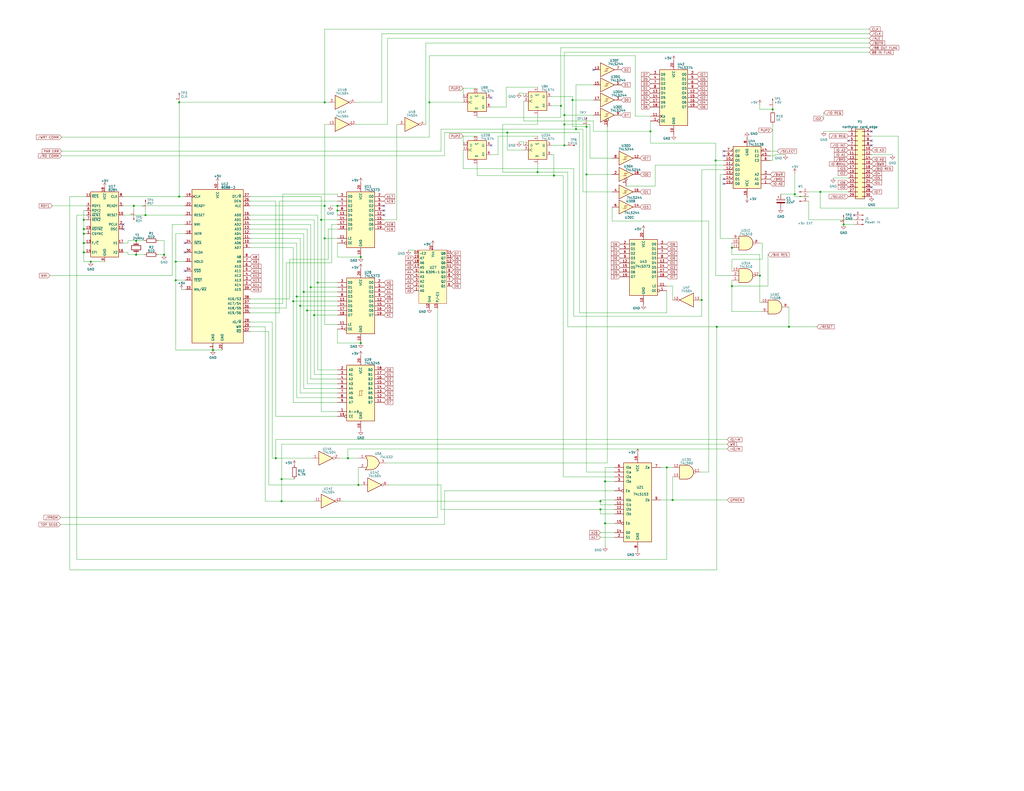
<source format=kicad_sch>
(kicad_sch (version 20230121) (generator eeschema)
  (paper "C")
  (junction (at 150.495 250.19))
  (junction (at 306.07 57.785))
  (junction (at 391.16 178.435))
  (junction (at 160.02 164.465))
  (junction (at 49.53 142.875))
  (junction (at 177.165 130.175))
  (junction (at 153.67 273.685))
  (junction (at 302.26 95.885))
  (junction (at 169.545 156.845))
  (junction (at 165.735 159.385))
  (junction (at 89.535 139.065))
  (junction (at 196.85 140.335))
  (junction (at 293.37 93.98))
  (junction (at 177.165 112.395))
  (junction (at 330.2 262.89))
  (junction (at 447.675 104.775))
  (junction (at 45.72 137.795))
  (junction (at 167.64 169.545))
  (junction (at 433.705 106.045))
  (junction (at 307.975 79.375))
  (junction (at 399.415 135.255))
  (junction (at 97.79 55.88))
  (junction (at 184.15 112.395))
  (junction (at 173.355 154.305))
  (junction (at 45.72 120.015))
  (junction (at 45.72 125.095))
  (junction (at 234.315 55.88))
  (junction (at 73.025 112.395))
  (junction (at 175.26 120.015))
  (junction (at 177.165 55.88))
  (junction (at 79.375 117.475))
  (junction (at 95.885 153.035))
  (junction (at 184.15 114.935))
  (junction (at 390.525 87.63))
  (junction (at 163.83 167.005))
  (junction (at 116.205 191.135))
  (junction (at 330.2 285.75))
  (junction (at 196.85 187.325))
  (junction (at 171.45 172.085))
  (junction (at 195.58 264.795))
  (junction (at 45.72 127.635))
  (junction (at 363.855 255.27))
  (junction (at 367.03 273.05))
  (junction (at 45.72 132.715))
  (junction (at 307.975 67.945))
  (junction (at 314.325 70.485))
  (junction (at 74.295 131.445))
  (junction (at 460.375 122.555))
  (junction (at 276.86 72.39))
  (junction (at 320.04 69.215))
  (junction (at 327.66 273.685))
  (junction (at 95.885 142.875))
  (junction (at 307.975 62.865))
  (junction (at 382.905 163.83))
  (junction (at 153.67 261.62))
  (junction (at 327.66 278.13))
  (junction (at 430.53 178.435))
  (junction (at 312.42 54.61))
  (junction (at 399.415 156.21))
  (junction (at 189.865 250.19))
  (junction (at 74.295 139.065))
  (junction (at 421.64 59.69))
  (junction (at 354.965 71.755))
  (junction (at 97.79 107.315))
  (junction (at 320.04 95.25))
  (junction (at 414.655 150.495))
  (junction (at 161.925 161.925))
  (no_connect (at 394.97 97.79))
  (no_connect (at 209.55 114.935))
  (no_connect (at 394.97 82.55))
  (no_connect (at 100.965 147.955))
  (no_connect (at 475.615 79.375))
  (no_connect (at 100.965 132.715))
  (no_connect (at 267.97 53.34))
  (no_connect (at 267.97 79.375))
  (no_connect (at 394.97 100.33))
  (no_connect (at 67.31 125.095))
  (no_connect (at 323.85 38.1))
  (no_connect (at 100.965 137.795))
  (no_connect (at 462.915 76.835))
  (no_connect (at 475.615 76.835))
  (no_connect (at 475.615 102.235))
  (no_connect (at 394.97 85.09))
  (no_connect (at 209.55 117.475))
  (no_connect (at 475.615 71.755))
  (no_connect (at 67.31 122.555))
  (no_connect (at 466.09 117.475))
  (no_connect (at 209.55 112.395))
  (wire (pts (xy 177.165 130.175) (xy 177.165 177.165)))
  (wire (pts (xy 158.115 141.605) (xy 179.07 141.605)))
  (wire (pts (xy 136.525 163.195) (xy 158.115 163.195)))
  (wire (pts (xy 430.53 167.64) (xy 430.53 178.435)))
  (wire (pts (xy 169.545 207.01) (xy 184.15 207.01)))
  (wire (pts (xy 194.31 55.88) (xy 208.28 55.88)))
  (wire (pts (xy 285.75 79.375) (xy 285.75 77.47)))
  (wire (pts (xy 184.15 112.395) (xy 184.15 114.935)))
  (wire (pts (xy 330.2 262.89) (xy 335.28 262.89)))
  (wire (pts (xy 160.655 261.62) (xy 153.67 261.62)))
  (wire (pts (xy 136.525 107.315) (xy 175.26 107.315)))
  (wire (pts (xy 330.2 255.27) (xy 330.2 262.89)))
  (wire (pts (xy 177.165 55.88) (xy 179.07 55.88)))
  (wire (pts (xy 136.525 127.635) (xy 165.735 127.635)))
  (wire (pts (xy 360.68 255.27) (xy 363.855 255.27)))
  (wire (pts (xy 160.02 219.71) (xy 184.15 219.71)))
  (wire (pts (xy 167.64 125.095) (xy 167.64 169.545)))
  (wire (pts (xy 306.07 57.785) (xy 306.07 26.035)))
  (wire (pts (xy 490.22 113.665) (xy 447.675 113.665)))
  (wire (pts (xy 161.925 132.715) (xy 161.925 161.925)))
  (wire (pts (xy 177.165 67.945) (xy 177.165 112.395)))
  (wire (pts (xy 175.26 107.315) (xy 175.26 120.015)))
  (wire (pts (xy 430.53 178.435) (xy 445.77 178.435)))
  (wire (pts (xy 189.865 245.11) (xy 396.875 245.11)))
  (wire (pts (xy 146.685 180.975) (xy 146.685 264.795)))
  (wire (pts (xy 33.655 85.09) (xy 242.57 85.09)))
  (wire (pts (xy 321.945 86.36) (xy 334.01 86.36)))
  (wire (pts (xy 314.325 70.485) (xy 240.665 70.485)))
  (wire (pts (xy 238.76 168.275) (xy 238.76 282.575)))
  (wire (pts (xy 211.455 67.945) (xy 211.455 20.955)))
  (wire (pts (xy 421.64 59.69) (xy 421.64 60.325)))
  (wire (pts (xy 156.21 143.51) (xy 180.975 143.51)))
  (wire (pts (xy 285.75 81.915) (xy 276.86 81.915)))
  (wire (pts (xy 169.545 122.555) (xy 169.545 156.845)))
  (wire (pts (xy 196.85 140.335) (xy 184.15 140.335)))
  (wire (pts (xy 307.975 79.375) (xy 300.99 79.375)))
  (wire (pts (xy 393.065 95.25) (xy 393.065 130.175)))
  (wire (pts (xy 95.885 153.035) (xy 95.885 191.135)))
  (wire (pts (xy 300.99 52.705) (xy 312.42 52.705)))
  (wire (pts (xy 100.965 153.035) (xy 95.885 153.035)))
  (wire (pts (xy 173.355 154.305) (xy 184.15 154.305)))
  (wire (pts (xy 97.79 55.88) (xy 97.79 107.315)))
  (wire (pts (xy 67.31 107.315) (xy 97.79 107.315)))
  (wire (pts (xy 399.415 132.715) (xy 399.415 135.255)))
  (wire (pts (xy 293.37 67.945) (xy 293.37 62.865)))
  (wire (pts (xy 179.07 141.605) (xy 179.07 125.095)))
  (wire (pts (xy 260.35 95.885) (xy 302.26 95.885)))
  (wire (pts (xy 321.945 67.945) (xy 321.945 86.36)))
  (wire (pts (xy 208.28 55.88) (xy 208.28 18.415)))
  (wire (pts (xy 146.685 264.795) (xy 195.58 264.795)))
  (wire (pts (xy 399.415 156.21) (xy 419.1 156.21)))
  (wire (pts (xy 69.85 132.715) (xy 67.31 132.715)))
  (wire (pts (xy 154.305 165.735) (xy 154.305 106.045)))
  (wire (pts (xy 307.975 28.575) (xy 474.345 28.575)))
  (wire (pts (xy 354.965 78.105) (xy 390.525 78.105)))
  (wire (pts (xy 274.32 93.98) (xy 274.32 67.945)))
  (wire (pts (xy 209.55 120.015) (xy 216.535 120.015)))
  (wire (pts (xy 422.91 85.09) (xy 422.91 84.455)))
  (wire (pts (xy 399.415 156.21) (xy 399.415 170.18)))
  (wire (pts (xy 335.28 255.27) (xy 330.2 255.27)))
  (wire (pts (xy 171.45 120.015) (xy 171.45 172.085)))
  (wire (pts (xy 173.355 154.305) (xy 173.355 201.93)))
  (wire (pts (xy 242.57 72.39) (xy 276.86 72.39)))
  (wire (pts (xy 148.59 175.895) (xy 148.59 250.19)))
  (wire (pts (xy 153.67 273.685) (xy 171.45 273.685)))
  (wire (pts (xy 136.525 112.395) (xy 177.165 112.395)))
  (wire (pts (xy 341.63 101.6) (xy 357.505 101.6)))
  (wire (pts (xy 475.615 84.455) (xy 487.045 84.455)))
  (wire (pts (xy 306.07 26.035) (xy 474.345 26.035)))
  (wire (pts (xy 386.715 257.81) (xy 382.27 257.81)))
  (wire (pts (xy 136.525 132.715) (xy 161.925 132.715)))
  (wire (pts (xy 177.165 177.165) (xy 184.15 177.165)))
  (wire (pts (xy 414.655 165.1) (xy 415.29 165.1)))
  (wire (pts (xy 323.85 54.61) (xy 312.42 54.61)))
  (wire (pts (xy 171.45 204.47) (xy 184.15 204.47)))
  (wire (pts (xy 234.315 30.48) (xy 234.315 55.88)))
  (wire (pts (xy 390.525 87.63) (xy 394.97 87.63)))
  (wire (pts (xy 45.72 114.935) (xy 45.72 120.015)))
  (wire (pts (xy 136.525 117.475) (xy 173.355 117.475)))
  (wire (pts (xy 234.315 30.48) (xy 346.71 30.48)))
  (wire (pts (xy 27.305 150.495) (xy 93.98 150.495)))
  (wire (pts (xy 260.35 63.5) (xy 260.35 64.135)))
  (wire (pts (xy 95.885 153.035) (xy 95.885 142.875)))
  (wire (pts (xy 312.42 54.61) (xy 312.42 69.215)))
  (wire (pts (xy 184.15 106.045) (xy 184.15 107.315)))
  (wire (pts (xy 363.855 156.21) (xy 367.03 156.21)))
  (wire (pts (xy 136.525 122.555) (xy 169.545 122.555)))
  (wire (pts (xy 163.83 167.005) (xy 163.83 214.63)))
  (wire (pts (xy 414.655 150.495) (xy 414.655 165.1)))
  (wire (pts (xy 136.525 178.435) (xy 144.78 178.435)))
  (wire (pts (xy 382.27 163.83) (xy 382.905 163.83)))
  (wire (pts (xy 160.02 135.255) (xy 160.02 164.465)))
  (wire (pts (xy 89.535 139.065) (xy 86.36 139.065)))
  (wire (pts (xy 252.73 92.075) (xy 313.055 92.075)))
  (wire (pts (xy 173.355 117.475) (xy 173.355 154.305)))
  (wire (pts (xy 171.45 172.085) (xy 171.45 204.47)))
  (wire (pts (xy 177.165 67.945) (xy 179.07 67.945)))
  (wire (pts (xy 276.86 72.39) (xy 316.23 72.39)))
  (wire (pts (xy 367.03 255.27) (xy 363.855 255.27)))
  (wire (pts (xy 210.82 252.73) (xy 331.47 252.73)))
  (wire (pts (xy 334.01 120.65) (xy 386.715 120.65)))
  (wire (pts (xy 399.415 135.255) (xy 399.415 139.065)))
  (wire (pts (xy 462.915 97.155) (xy 454.66 97.155)))
  (wire (pts (xy 354.965 71.755) (xy 354.965 78.105)))
  (wire (pts (xy 399.415 170.18) (xy 415.29 170.18)))
  (wire (pts (xy 357.505 90.17) (xy 357.505 101.6)))
  (wire (pts (xy 99.06 158.115) (xy 100.965 158.115)))
  (wire (pts (xy 74.295 139.065) (xy 78.74 139.065)))
  (wire (pts (xy 136.525 180.975) (xy 146.685 180.975)))
  (wire (pts (xy 38.1 311.15) (xy 391.16 311.15)))
  (wire (pts (xy 136.525 170.815) (xy 152.4 170.815)))
  (wire (pts (xy 33.02 282.575) (xy 238.76 282.575)))
  (wire (pts (xy 45.72 125.095) (xy 45.72 127.635)))
  (wire (pts (xy 184.15 140.335) (xy 184.15 132.715)))
  (wire (pts (xy 307.975 67.945) (xy 321.945 67.945)))
  (wire (pts (xy 161.925 161.925) (xy 184.15 161.925)))
  (wire (pts (xy 382.905 92.71) (xy 382.905 163.83)))
  (wire (pts (xy 394.97 90.17) (xy 357.505 90.17)))
  (wire (pts (xy 354.965 71.755) (xy 323.85 71.755)))
  (wire (pts (xy 252.73 74.295) (xy 260.35 74.295)))
  (wire (pts (xy 415.925 132.715) (xy 414.655 132.715)))
  (wire (pts (xy 307.975 62.865) (xy 323.85 62.865)))
  (wire (pts (xy 382.905 172.72) (xy 313.055 172.72)))
  (wire (pts (xy 302.26 84.455) (xy 302.26 95.885)))
  (wire (pts (xy 153.67 242.57) (xy 396.875 242.57)))
  (wire (pts (xy 240.665 278.13) (xy 327.66 278.13)))
  (wire (pts (xy 45.72 127.635) (xy 45.72 132.715)))
  (wire (pts (xy 100.965 122.555) (xy 93.98 122.555)))
  (wire (pts (xy 163.83 130.175) (xy 163.83 167.005)))
  (wire (pts (xy 45.72 125.095) (xy 46.99 125.095)))
  (wire (pts (xy 367.03 156.21) (xy 367.03 163.83)))
  (wire (pts (xy 165.735 159.385) (xy 165.735 212.09)))
  (wire (pts (xy 116.205 191.135) (xy 95.885 191.135)))
  (wire (pts (xy 73.025 112.395) (xy 100.965 112.395)))
  (wire (pts (xy 136.525 168.275) (xy 156.21 168.275)))
  (wire (pts (xy 447.675 104.775) (xy 462.915 104.775)))
  (wire (pts (xy 327.66 275.59) (xy 335.28 275.59)))
  (wire (pts (xy 121.285 191.135) (xy 116.205 191.135)))
  (wire (pts (xy 161.925 217.17) (xy 184.15 217.17)))
  (wire (pts (xy 386.715 257.81) (xy 386.715 120.65)))
  (wire (pts (xy 150.495 240.03) (xy 396.875 240.03)))
  (wire (pts (xy 318.135 104.775) (xy 334.01 104.775)))
  (wire (pts (xy 367.03 273.05) (xy 396.875 273.05)))
  (wire (pts (xy 274.32 67.945) (xy 293.37 67.945)))
  (wire (pts (xy 422.91 84.455) (xy 428.625 84.455)))
  (wire (pts (xy 184.15 114.935) (xy 184.15 117.475)))
  (wire (pts (xy 152.4 109.855) (xy 184.15 109.855)))
  (wire (pts (xy 175.26 120.015) (xy 184.15 120.015)))
  (wire (pts (xy 449.58 71.755) (xy 462.915 71.755)))
  (wire (pts (xy 393.065 130.175) (xy 399.415 130.175)))
  (wire (pts (xy 260.35 89.535) (xy 260.35 95.885)))
  (wire (pts (xy 45.72 132.715) (xy 45.72 137.795)))
  (wire (pts (xy 419.1 139.065) (xy 419.1 156.21)))
  (wire (pts (xy 314.325 46.355) (xy 314.325 70.485)))
  (wire (pts (xy 460.375 122.555) (xy 466.09 122.555)))
  (wire (pts (xy 433.705 106.045) (xy 433.705 107.315)))
  (wire (pts (xy 46.99 114.935) (xy 45.72 114.935)))
  (wire (pts (xy 163.83 214.63) (xy 184.15 214.63)))
  (wire (pts (xy 175.26 120.015) (xy 175.26 224.79)))
  (wire (pts (xy 252.73 53.34) (xy 252.73 48.26)))
  (wire (pts (xy 195.58 264.795) (xy 196.85 264.795)))
  (wire (pts (xy 167.64 169.545) (xy 184.15 169.545)))
  (wire (pts (xy 175.26 224.79) (xy 184.15 224.79)))
  (wire (pts (xy 252.73 81.915) (xy 252.73 92.075)))
  (wire (pts (xy 69.85 137.795) (xy 67.31 137.795)))
  (wire (pts (xy 302.26 95.885) (xy 307.34 95.885)))
  (wire (pts (xy 45.72 132.715) (xy 46.99 132.715)))
  (wire (pts (xy 276.225 47.625) (xy 293.37 47.625)))
  (wire (pts (xy 323.85 46.355) (xy 314.325 46.355)))
  (wire (pts (xy 160.02 164.465) (xy 160.02 219.71)))
  (wire (pts (xy 260.35 64.135) (xy 306.07 64.135)))
  (wire (pts (xy 232.41 67.945) (xy 232.41 23.495)))
  (wire (pts (xy 421.64 67.945) (xy 421.64 87.63)))
  (wire (pts (xy 49.53 142.875) (xy 57.15 142.875)))
  (wire (pts (xy 242.57 72.39) (xy 242.57 85.09)))
  (wire (pts (xy 490.22 74.295) (xy 490.22 113.665)))
  (wire (pts (xy 327.66 280.67) (xy 335.28 280.67)))
  (wire (pts (xy 447.675 113.665) (xy 447.675 104.775)))
  (wire (pts (xy 391.16 178.435) (xy 391.16 311.15)))
  (wire (pts (xy 441.325 120.015) (xy 466.09 120.015)))
  (wire (pts (xy 136.525 130.175) (xy 163.83 130.175)))
  (wire (pts (xy 307.975 79.375) (xy 307.975 67.945)))
  (wire (pts (xy 293.37 89.535) (xy 293.37 93.98)))
  (wire (pts (xy 267.97 84.455) (xy 271.78 84.455)))
  (wire (pts (xy 93.98 122.555) (xy 93.98 150.495)))
  (wire (pts (xy 79.375 114.3) (xy 79.375 117.475)))
  (wire (pts (xy 276.86 81.915) (xy 276.86 72.39)))
  (wire (pts (xy 320.04 95.25) (xy 320.04 257.81)))
  (wire (pts (xy 441.325 109.855) (xy 441.325 120.015)))
  (wire (pts (xy 309.88 93.98) (xy 309.88 178.435)))
  (wire (pts (xy 74.295 139.065) (xy 69.85 139.065)))
  (wire (pts (xy 399.415 153.035) (xy 399.415 156.21)))
  (wire (pts (xy 150.495 109.855) (xy 150.495 227.33)))
  (wire (pts (xy 173.355 201.93) (xy 184.15 201.93)))
  (wire (pts (xy 153.67 261.62) (xy 153.67 242.57)))
  (wire (pts (xy 271.78 84.455) (xy 271.78 74.295)))
  (wire (pts (xy 276.225 58.42) (xy 276.225 47.625)))
  (wire (pts (xy 194.31 67.945) (xy 211.455 67.945)))
  (wire (pts (xy 363.855 255.27) (xy 363.855 305.435)))
  (wire (pts (xy 89.535 131.445) (xy 89.535 139.065)))
  (wire (pts (xy 184.15 227.33) (xy 150.495 227.33)))
  (wire (pts (xy 475.615 74.295) (xy 490.22 74.295)))
  (wire (pts (xy 150.495 250.19) (xy 170.18 250.19)))
  (wire (pts (xy 234.315 55.88) (xy 234.315 74.93)))
  (wire (pts (xy 421.64 59.69) (xy 414.655 59.69)))
  (wire (pts (xy 335.28 257.81) (xy 320.04 257.81)))
  (wire (pts (xy 179.07 125.095) (xy 184.15 125.095)))
  (wire (pts (xy 161.925 161.925) (xy 161.925 217.17)))
  (wire (pts (xy 313.055 172.72) (xy 313.055 92.075)))
  (wire (pts (xy 367.03 273.05) (xy 367.03 260.35)))
  (wire (pts (xy 45.72 120.015) (xy 45.72 125.095)))
  (wire (pts (xy 354.965 66.04) (xy 354.965 71.755)))
  (wire (pts (xy 167.64 209.55) (xy 184.15 209.55)))
  (wire (pts (xy 327.66 273.685) (xy 327.66 273.05)))
  (wire (pts (xy 285.75 77.47) (xy 283.21 77.47)))
  (wire (pts (xy 148.59 250.19) (xy 150.495 250.19)))
  (wire (pts (xy 421.64 59.055) (xy 421.64 59.69)))
  (wire (pts (xy 95.885 142.875) (xy 100.965 142.875)))
  (wire (pts (xy 391.16 178.435) (xy 430.53 178.435)))
  (wire (pts (xy 335.28 273.05) (xy 327.66 273.05)))
  (wire (pts (xy 240.665 70.485) (xy 240.665 82.55)))
  (wire (pts (xy 267.97 58.42) (xy 276.225 58.42)))
  (wire (pts (xy 327.66 273.685) (xy 327.66 275.59)))
  (wire (pts (xy 399.415 150.495) (xy 390.525 150.495)))
  (wire (pts (xy 152.4 170.815) (xy 152.4 109.855)))
  (wire (pts (xy 285.75 55.245) (xy 285.75 66.04)))
  (wire (pts (xy 330.2 262.89) (xy 330.2 285.75)))
  (wire (pts (xy 208.28 18.415) (xy 474.345 18.415)))
  (wire (pts (xy 283.21 50.8) (xy 285.75 50.8)))
  (wire (pts (xy 158.115 163.195) (xy 158.115 141.605)))
  (wire (pts (xy 216.535 67.945) (xy 217.17 67.945)))
  (wire (pts (xy 153.67 261.62) (xy 153.67 273.685)))
  (wire (pts (xy 97.79 107.315) (xy 100.965 107.315)))
  (wire (pts (xy 216.535 67.945) (xy 216.535 120.015)))
  (wire (pts (xy 156.21 168.275) (xy 156.21 143.51)))
  (wire (pts (xy 167.64 169.545) (xy 167.64 209.55)))
  (wire (pts (xy 69.85 131.445) (xy 69.85 132.715)))
  (wire (pts (xy 330.2 285.75) (xy 330.2 298.45)))
  (wire (pts (xy 390.525 87.63) (xy 390.525 150.495)))
  (wire (pts (xy 28.575 112.395) (xy 46.99 112.395)))
  (wire (pts (xy 38.1 107.315) (xy 38.1 311.15)))
  (wire (pts (xy 306.07 57.785) (xy 306.07 64.135)))
  (wire (pts (xy 441.325 107.315) (xy 433.705 107.315)))
  (wire (pts (xy 154.305 106.045) (xy 184.15 106.045)))
  (wire (pts (xy 165.735 127.635) (xy 165.735 159.385)))
  (wire (pts (xy 307.975 67.945) (xy 307.975 62.865)))
  (wire (pts (xy 414.655 59.69) (xy 414.655 57.15)))
  (wire (pts (xy 242.57 267.97) (xy 242.57 286.385)))
  (wire (pts (xy 95.885 127.635) (xy 100.965 127.635)))
  (wire (pts (xy 163.83 167.005) (xy 184.15 167.005)))
  (wire (pts (xy 307.975 28.575) (xy 307.975 62.865)))
  (wire (pts (xy 271.78 74.295) (xy 293.37 74.295)))
  (wire (pts (xy 180.34 112.395) (xy 184.15 112.395)))
  (wire (pts (xy 252.73 79.375) (xy 252.73 74.295)))
  (wire (pts (xy 97.79 55.88) (xy 177.165 55.88)))
  (wire (pts (xy 177.165 55.88) (xy 177.165 15.875)))
  (wire (pts (xy 160.02 164.465) (xy 184.15 164.465)))
  (wire (pts (xy 331.47 252.73) (xy 331.47 69.215)))
  (wire (pts (xy 240.665 264.795) (xy 240.665 278.13)))
  (wire (pts (xy 189.865 250.19) (xy 189.865 245.11)))
  (wire (pts (xy 171.45 172.085) (xy 184.15 172.085)))
  (wire (pts (xy 307.34 95.885) (xy 307.34 260.35)))
  (wire (pts (xy 394.97 95.25) (xy 393.065 95.25)))
  (wire (pts (xy 212.09 264.795) (xy 240.665 264.795)))
  (wire (pts (xy 136.525 109.855) (xy 150.495 109.855)))
  (wire (pts (xy 346.71 30.48) (xy 346.71 63.5)))
  (wire (pts (xy 399.415 141.605) (xy 415.925 141.605)))
  (wire (pts (xy 67.31 112.395) (xy 73.025 112.395)))
  (wire (pts (xy 169.545 156.845) (xy 169.545 207.01)))
  (wire (pts (xy 300.99 84.455) (xy 302.26 84.455)))
  (wire (pts (xy 41.91 305.435) (xy 363.855 305.435)))
  (wire (pts (xy 74.295 131.445) (xy 78.74 131.445)))
  (wire (pts (xy 186.69 273.685) (xy 327.66 273.685)))
  (wire (pts (xy 79.375 117.475) (xy 100.965 117.475)))
  (wire (pts (xy 309.88 178.435) (xy 391.16 178.435)))
  (wire (pts (xy 382.905 92.71) (xy 394.97 92.71)))
  (wire (pts (xy 327.66 278.13) (xy 327.66 280.67)))
  (wire (pts (xy 308.61 79.375) (xy 307.975 79.375)))
  (wire (pts (xy 45.72 127.635) (xy 46.99 127.635)))
  (wire (pts (xy 320.04 95.25) (xy 334.01 95.25)))
  (wire (pts (xy 196.85 187.325) (xy 184.15 187.325)))
  (wire (pts (xy 312.42 52.705) (xy 312.42 54.61)))
  (wire (pts (xy 415.925 141.605) (xy 415.925 132.715)))
  (wire (pts (xy 293.37 93.98) (xy 274.32 93.98)))
  (wire (pts (xy 314.325 70.485) (xy 318.135 70.485)))
  (wire (pts (xy 150.495 250.19) (xy 150.495 240.03)))
  (wire (pts (xy 136.525 175.895) (xy 148.59 175.895)))
  (wire (pts (xy 136.525 125.095) (xy 167.64 125.095)))
  (wire (pts (xy 69.85 139.065) (xy 69.85 137.795)))
  (wire (pts (xy 45.72 137.795) (xy 45.72 142.875)))
  (wire (pts (xy 449.58 64.77) (xy 449.58 61.595)))
  (wire (pts (xy 136.525 165.735) (xy 154.305 165.735)))
  (wire (pts (xy 399.415 139.065) (xy 414.655 139.065)))
  (wire (pts (xy 222.885 136.525) (xy 226.06 136.525)))
  (wire (pts (xy 144.78 178.435) (xy 144.78 273.685)))
  (wire (pts (xy 73.025 112.395) (xy 73.025 114.935)))
  (wire (pts (xy 184.15 187.325) (xy 184.15 179.705)))
  (wire (pts (xy 390.525 78.105) (xy 390.525 87.63)))
  (wire (pts (xy 318.135 70.485) (xy 318.135 104.775)))
  (wire (pts (xy 285.75 66.04) (xy 323.85 66.04)))
  (wire (pts (xy 306.07 57.785) (xy 300.99 57.785)))
  (wire (pts (xy 420.37 85.09) (xy 422.91 85.09)))
  (wire (pts (xy 360.68 273.05) (xy 367.03 273.05)))
  (wire (pts (xy 420.37 87.63) (xy 421.64 87.63)))
  (wire (pts (xy 433.705 94.615) (xy 433.705 106.045)))
  (wire (pts (xy 33.655 82.55) (xy 240.665 82.55)))
  (wire (pts (xy 177.165 130.175) (xy 184.15 130.175)))
  (wire (pts (xy 441.325 104.775) (xy 447.675 104.775)))
  (wire (pts (xy 316.23 170.815) (xy 363.855 170.815)))
  (wire (pts (xy 136.525 135.255) (xy 160.02 135.255)))
  (wire (pts (xy 189.865 250.19) (xy 185.42 250.19)))
  (wire (pts (xy 335.28 267.97) (xy 242.57 267.97)))
  (wire (pts (xy 74.295 131.445) (xy 69.85 131.445)))
  (wire (pts (xy 67.31 117.475) (xy 79.375 117.475)))
  (wire (pts (xy 46.99 107.315) (xy 38.1 107.315)))
  (wire (pts (xy 211.455 20.955) (xy 474.345 20.955)))
  (wire (pts (xy 330.2 285.75) (xy 335.28 285.75)))
  (wire (pts (xy 335.28 260.35) (xy 307.34 260.35)))
  (wire (pts (xy 33.655 74.93) (xy 234.315 74.93)))
  (wire (pts (xy 226.06 136.525) (xy 226.06 138.43)))
  (wire (pts (xy 323.85 71.755) (xy 323.85 66.04)))
  (wire (pts (xy 252.73 48.26) (xy 260.35 48.26)))
  (wire (pts (xy 45.72 120.015) (xy 46.99 120.015)))
  (wire (pts (xy 195.58 250.19) (xy 189.865 250.19)))
  (wire (pts (xy 136.525 120.015) (xy 171.45 120.015)))
  (wire (pts (xy 382.905 163.83) (xy 382.905 172.72)))
  (wire (pts (xy 33.02 286.385) (xy 242.57 286.385)))
  (wire (pts (xy 177.165 112.395) (xy 177.165 130.175)))
  (wire (pts (xy 312.42 69.215) (xy 320.04 69.215)))
  (wire (pts (xy 180.975 122.555) (xy 180.975 143.51)))
  (wire (pts (xy 426.085 106.045) (xy 433.705 106.045)))
  (wire (pts (xy 195.58 255.27) (xy 195.58 264.795)))
  (wire (pts (xy 95.885 142.875) (xy 95.885 127.635)))
  (wire (pts (xy 45.72 142.875) (xy 49.53 142.875)))
  (wire (pts (xy 327.66 290.83) (xy 335.28 290.83)))
  (wire (pts (xy 320.04 69.215) (xy 320.04 95.25)))
  (wire (pts (xy 232.41 23.495) (xy 474.345 23.495)))
  (wire (pts (xy 165.735 159.385) (xy 184.15 159.385)))
  (wire (pts (xy 316.23 72.39) (xy 316.23 170.815)))
  (wire (pts (xy 335.28 278.13) (xy 327.66 278.13)))
  (wire (pts (xy 346.71 63.5) (xy 354.965 63.5)))
  (wire (pts (xy 293.37 93.98) (xy 309.88 93.98)))
  (wire (pts (xy 334.01 113.03) (xy 334.01 120.65)))
  (wire (pts (xy 86.36 131.445) (xy 89.535 131.445)))
  (wire (pts (xy 252.73 55.88) (xy 234.315 55.88)))
  (wire (pts (xy 46.99 117.475) (xy 41.91 117.475)))
  (wire (pts (xy 363.855 170.815) (xy 363.855 158.75)))
  (wire (pts (xy 177.165 15.875) (xy 474.345 15.875)))
  (wire (pts (xy 45.72 137.795) (xy 46.99 137.795)))
  (wire (pts (xy 165.735 212.09) (xy 184.15 212.09)))
  (wire (pts (xy 414.655 139.065) (xy 414.655 150.495)))
  (wire (pts (xy 399.415 147.955) (xy 399.415 141.605)))
  (wire (pts (xy 285.75 52.705) (xy 285.75 50.8)))
  (wire (pts (xy 41.91 117.475) (xy 41.91 305.435)))
  (wire (pts (xy 327.66 293.37) (xy 335.28 293.37)))
  (wire (pts (xy 169.545 156.845) (xy 184.15 156.845)))
  (wire (pts (xy 180.975 122.555) (xy 184.15 122.555)))
  (wire (pts (xy 424.18 82.55) (xy 420.37 82.55)))
  (wire (pts (xy 144.78 273.685) (xy 153.67 273.685)))
  (global_label "{slash}ID REQ" (shape input) (at 462.915 74.295 180) (property "Intersheetrefs" "${INTERSHEET_REFS}" (effects hide)))
  (global_label "D1" (shape input) (at 246.38 153.67 0) (property "Intersheetrefs" "${INTERSHEET_REFS}" (effects hide)))
  (global_label "{slash}BDTR" (shape input) (at 474.345 23.495 0) (property "Intersheetrefs" "${INTERSHEET_REFS}" (effects hide)))
  (global_label "NMI" (shape input) (at 27.305 150.495 180) (property "Intersheetrefs" "${INTERSHEET_REFS}" (effects hide)))
  (global_label "IO0" (shape input) (at 380.365 50.8 0) (property "Intersheetrefs" "${INTERSHEET_REFS}" (effects hide)))
  (global_label "{slash}BIO RES" (shape input) (at 475.615 92.075 0) (property "Intersheetrefs" "${INTERSHEET_REFS}" (effects hide)))
  (global_label "A3" (shape input) (at 226.06 151.13 180) (property "Intersheetrefs" "${INTERSHEET_REFS}" (effects hide)))
  (global_label "A1" (shape input) (at 226.06 156.21 180) (property "Intersheetrefs" "${INTERSHEET_REFS}" (effects hide)))
  (global_label "D1" (shape input) (at 209.55 204.47 0) (property "Intersheetrefs" "${INTERSHEET_REFS}" (effects hide)))
  (global_label "D2" (shape input) (at 246.38 151.13 0) (property "Intersheetrefs" "${INTERSHEET_REFS}" (effects hide)))
  (global_label "D2" (shape input) (at 209.55 207.01 0) (property "Intersheetrefs" "${INTERSHEET_REFS}" (effects hide)))
  (global_label "A2" (shape input) (at 226.06 153.67 180) (property "Intersheetrefs" "${INTERSHEET_REFS}" (effects hide)))
  (global_label "A8" (shape input) (at 136.525 140.335 0) (property "Intersheetrefs" "${INTERSHEET_REFS}" (effects hide)))
  (global_label "D5" (shape input) (at 338.455 148.59 180) (property "Intersheetrefs" "${INTERSHEET_REFS}" (effects hide)))
  (global_label "D0" (shape input) (at 209.55 201.93 0) (property "Intersheetrefs" "${INTERSHEET_REFS}" (effects hide)))
  (global_label "IO7" (shape input) (at 349.25 86.36 0) (property "Intersheetrefs" "${INTERSHEET_REFS}" (effects hide)))
  (global_label "IO3" (shape input) (at 380.365 45.72 0) (property "Intersheetrefs" "${INTERSHEET_REFS}" (effects hide)))
  (global_label "IO2" (shape input) (at 449.58 64.77 180) (property "Intersheetrefs" "${INTERSHEET_REFS}" (effects hide)))
  (global_label "IO4" (shape input) (at 363.855 135.89 0) (property "Intersheetrefs" "${INTERSHEET_REFS}" (effects hide)))
  (global_label "D4" (shape input) (at 338.455 135.89 180) (property "Intersheetrefs" "${INTERSHEET_REFS}" (effects hide)))
  (global_label "IO6" (shape input) (at 380.365 58.42 0) (property "Intersheetrefs" "${INTERSHEET_REFS}" (effects hide)))
  (global_label "IO7" (shape input) (at 380.365 40.64 0) (property "Intersheetrefs" "${INTERSHEET_REFS}" (effects hide)))
  (global_label "IO1" (shape input) (at 380.365 48.26 0) (property "Intersheetrefs" "${INTERSHEET_REFS}" (effects hide)))
  (global_label "IO5" (shape input) (at 380.365 43.18 0) (property "Intersheetrefs" "${INTERSHEET_REFS}" (effects hide)))
  (global_label "A10" (shape input) (at 136.525 145.415 0) (property "Intersheetrefs" "${INTERSHEET_REFS}" (effects hide)))
  (global_label "{slash}IO INT" (shape input) (at 462.915 79.375 180) (property "Intersheetrefs" "${INTERSHEET_REFS}" (effects hide)))
  (global_label "A3" (shape input) (at 209.55 169.545 0) (property "Intersheetrefs" "${INTERSHEET_REFS}" (effects hide)))
  (global_label "{slash}WRT COMM" (shape input) (at 33.655 74.93 180) (property "Intersheetrefs" "${INTERSHEET_REFS}" (effects hide)))
  (global_label "{slash}BRD" (shape input) (at 462.915 86.995 180) (property "Intersheetrefs" "${INTERSHEET_REFS}" (effects hide)))
  (global_label "D3" (shape input) (at 209.55 209.55 0) (property "Intersheetrefs" "${INTERSHEET_REFS}" (effects hide)))
  (global_label "{slash}SELECT" (shape input) (at 424.18 82.55 0) (property "Intersheetrefs" "${INTERSHEET_REFS}" (effects hide)))
  (global_label "WR" (shape input) (at 396.875 242.57 0) (property "Intersheetrefs" "${INTERSHEET_REFS}" (effects hide)))
  (global_label "IO4" (shape input) (at 475.615 94.615 0) (property "Intersheetrefs" "${INTERSHEET_REFS}" (effects hide)))
  (global_label "D4" (shape input) (at 209.55 212.09 0) (property "Intersheetrefs" "${INTERSHEET_REFS}" (effects hide)))
  (global_label "88 IN FLAG" (shape input) (at 474.345 28.575 0) (property "Intersheetrefs" "${INTERSHEET_REFS}" (effects hide)))
  (global_label "IO7" (shape input) (at 475.615 104.775 0) (property "Intersheetrefs" "${INTERSHEET_REFS}" (effects hide)))
  (global_label "{slash}88 OUT FLAG" (shape input) (at 474.345 26.035 0) (property "Intersheetrefs" "${INTERSHEET_REFS}" (effects hide)))
  (global_label "A12" (shape input) (at 136.525 150.495 0) (property "Intersheetrefs" "${INTERSHEET_REFS}" (effects hide)))
  (global_label "IO A0" (shape input) (at 420.37 100.33 0) (property "Intersheetrefs" "${INTERSHEET_REFS}" (effects hide)))
  (global_label "A4" (shape input) (at 226.06 148.59 180) (property "Intersheetrefs" "${INTERSHEET_REFS}" (effects hide)))
  (global_label "{slash}BWR" (shape input) (at 475.615 89.535 0) (property "Intersheetrefs" "${INTERSHEET_REFS}" (effects hide)))
  (global_label "D7" (shape input) (at 339.09 62.865 0) (property "Intersheetrefs" "${INTERSHEET_REFS}" (effects hide)))
  (global_label "A19" (shape input) (at 209.55 109.855 0) (property "Intersheetrefs" "${INTERSHEET_REFS}" (effects hide)))
  (global_label "A4" (shape input) (at 209.55 159.385 0) (property "Intersheetrefs" "${INTERSHEET_REFS}" (effects hide)))
  (global_label "A7" (shape input) (at 209.55 164.465 0) (property "Intersheetrefs" "${INTERSHEET_REFS}" (effects hide)))
  (global_label "IO2" (shape input) (at 380.365 53.34 0) (property "Intersheetrefs" "${INTERSHEET_REFS}" (effects hide)))
  (global_label "IO0" (shape input) (at 363.855 140.97 0) (property "Intersheetrefs" "${INTERSHEET_REFS}" (effects hide)))
  (global_label "PUP2" (shape input) (at 421.64 71.12 180) (property "Intersheetrefs" "${INTERSHEET_REFS}" (effects hide)))
  (global_label "D5" (shape input) (at 209.55 214.63 0) (property "Intersheetrefs" "${INTERSHEET_REFS}" (effects hide)))
  (global_label "A0" (shape input) (at 209.55 154.305 0) (property "Intersheetrefs" "${INTERSHEET_REFS}" (effects hide)))
  (global_label "IO{slash}~M" (shape input) (at 396.875 240.03 0) (property "Intersheetrefs" "${INTERSHEET_REFS}" (effects hide)))
  (global_label "IO A3" (shape input) (at 475.615 81.915 0) (property "Intersheetrefs" "${INTERSHEET_REFS}" (effects hide)))
  (global_label "PAR ERR" (shape input) (at 33.655 82.55 180) (property "Intersheetrefs" "${INTERSHEET_REFS}" (effects hide)))
  (global_label "IO3" (shape input) (at 462.915 92.075 180) (property "Intersheetrefs" "${INTERSHEET_REFS}" (effects hide)))
  (global_label "{slash}ID REQ" (shape input) (at 449.58 61.595 0) (property "Intersheetrefs" "${INTERSHEET_REFS}" (effects hide)))
  (global_label "IO5" (shape input) (at 475.615 97.155 0) (property "Intersheetrefs" "${INTERSHEET_REFS}" (effects hide)))
  (global_label "D0" (shape input) (at 339.09 54.61 0) (property "Intersheetrefs" "${INTERSHEET_REFS}" (effects hide)))
  (global_label "{slash}CLK" (shape input) (at 474.345 18.415 0) (property "Intersheetrefs" "${INTERSHEET_REFS}" (effects hide)))
  (global_label "A5" (shape input) (at 209.55 167.005 0) (property "Intersheetrefs" "${INTERSHEET_REFS}" (effects hide)))
  (global_label "A9" (shape input) (at 136.525 142.875 0) (property "Intersheetrefs" "${INTERSHEET_REFS}" (effects hide)))
  (global_label "IO1" (shape input) (at 349.25 104.775 0) (property "Intersheetrefs" "${INTERSHEET_REFS}" (effects hide)))
  (global_label "D2" (shape input) (at 339.09 38.1 0) (property "Intersheetrefs" "${INTERSHEET_REFS}" (effects hide)))
  (global_label "D2" (shape input) (at 338.455 138.43 180) (property "Intersheetrefs" "${INTERSHEET_REFS}" (effects hide)))
  (global_label "D1" (shape input) (at 339.09 46.355 0) (property "Intersheetrefs" "${INTERSHEET_REFS}" (effects hide)))
  (global_label "A6" (shape input) (at 209.55 161.925 0) (property "Intersheetrefs" "${INTERSHEET_REFS}" (effects hide)))
  (global_label "CLK" (shape input) (at 474.345 15.875 0) (property "Intersheetrefs" "${INTERSHEET_REFS}" (effects hide)))
  (global_label "IO0" (shape input) (at 462.915 102.235 180) (property "Intersheetrefs" "${INTERSHEET_REFS}" (effects hide)))
  (global_label "IO4" (shape input) (at 380.365 55.88 0) (property "Intersheetrefs" "${INTERSHEET_REFS}" (effects hide)))
  (global_label "D0" (shape input) (at 246.38 156.21 0) (property "Intersheetrefs" "${INTERSHEET_REFS}" (effects hide)))
  (global_label "IO6" (shape input) (at 462.915 99.695 180) (property "Intersheetrefs" "${INTERSHEET_REFS}" (effects hide)))
  (global_label "{slash}SELECT" (shape input) (at 462.915 107.315 180) (property "Intersheetrefs" "${INTERSHEET_REFS}" (effects hide)))
  (global_label "{slash}RESET" (shape input) (at 445.77 178.435 0) (property "Intersheetrefs" "${INTERSHEET_REFS}" (effects hide)))
  (global_label "A15" (shape input) (at 136.525 158.115 0) (property "Intersheetrefs" "${INTERSHEET_REFS}" (effects hide)))
  (global_label "D4" (shape input) (at 354.965 55.88 180) (property "Intersheetrefs" "${INTERSHEET_REFS}" (effects hide)))
  (global_label "D2" (shape input) (at 354.965 53.34 180) (property "Intersheetrefs" "${INTERSHEET_REFS}" (effects hide)))
  (global_label "IO0" (shape input) (at 349.25 95.25 0) (property "Intersheetrefs" "${INTERSHEET_REFS}" (effects hide)))
  (global_label "IO2" (shape input) (at 462.915 94.615 180) (property "Intersheetrefs" "${INTERSHEET_REFS}" (effects hide)))
  (global_label "IO A1" (shape input) (at 462.915 84.455 180) (property "Intersheetrefs" "${INTERSHEET_REFS}" (effects hide)))
  (global_label "D0" (shape input) (at 354.965 50.8 180) (property "Intersheetrefs" "${INTERSHEET_REFS}" (effects hide)))
  (global_label "A18" (shape input) (at 209.55 122.555 0) (property "Intersheetrefs" "${INTERSHEET_REFS}" (effects hide)))
  (global_label "{slash}BIO RES" (shape input) (at 419.1 139.065 0) (property "Intersheetrefs" "${INTERSHEET_REFS}" (effects hide)))
  (global_label "PUP2" (shape input) (at 252.73 48.26 180) (property "Intersheetrefs" "${INTERSHEET_REFS}" (effects hide)))
  (global_label "A5" (shape input) (at 226.06 146.05 180) (property "Intersheetrefs" "${INTERSHEET_REFS}" (effects hide)))
  (global_label "IO 8MHz" (shape input) (at 462.915 89.535 180) (property "Intersheetrefs" "${INTERSHEET_REFS}" (effects hide)))
  (global_label "IO5" (shape input) (at 363.855 148.59 0) (property "Intersheetrefs" "${INTERSHEET_REFS}" (effects hide)))
  (global_label "D7" (shape input) (at 338.455 151.13 180) (property "Intersheetrefs" "${INTERSHEET_REFS}" (effects hide)))
  (global_label "D6" (shape input) (at 354.965 58.42 180) (property "Intersheetrefs" "${INTERSHEET_REFS}" (effects hide)))
  (global_label "IO1" (shape input) (at 363.855 143.51 0) (property "Intersheetrefs" "${INTERSHEET_REFS}" (effects hide)))
  (global_label "D6" (shape input) (at 209.55 217.17 0) (property "Intersheetrefs" "${INTERSHEET_REFS}" (effects hide)))
  (global_label "D4" (shape input) (at 246.38 146.05 0) (property "Intersheetrefs" "${INTERSHEET_REFS}" (effects hide)))
  (global_label "{slash}PROM" (shape input) (at 33.02 282.575 180) (property "Intersheetrefs" "${INTERSHEET_REFS}" (effects hide)))
  (global_label "IO3" (shape input) (at 349.25 113.03 0) (property "Intersheetrefs" "${INTERSHEET_REFS}" (effects hide)))
  (global_label "A17" (shape input) (at 209.55 107.315 0) (property "Intersheetrefs" "${INTERSHEET_REFS}" (effects hide)))
  (global_label "IO1" (shape input) (at 475.615 99.695 0) (property "Intersheetrefs" "${INTERSHEET_REFS}" (effects hide)))
  (global_label "A14" (shape input) (at 136.525 155.575 0) (property "Intersheetrefs" "${INTERSHEET_REFS}" (effects hide)))
  (global_label "D7" (shape input) (at 246.38 138.43 0) (property "Intersheetrefs" "${INTERSHEET_REFS}" (effects hide)))
  (global_label "D3" (shape input) (at 246.38 148.59 0) (property "Intersheetrefs" "${INTERSHEET_REFS}" (effects hide)))
  (global_label "IO A0" (shape input) (at 475.615 86.995 0) (property "Intersheetrefs" "${INTERSHEET_REFS}" (effects hide)))
  (global_label "A1" (shape input) (at 209.55 172.085 0) (property "Intersheetrefs" "${INTERSHEET_REFS}" (effects hide)))
  (global_label "D0" (shape input) (at 338.455 140.97 180) (property "Intersheetrefs" "${INTERSHEET_REFS}" (effects hide)))
  (global_label "TOP SEGS" (shape input) (at 33.02 286.385 180) (property "Intersheetrefs" "${INTERSHEET_REFS}" (effects hide)))
  (global_label "D7" (shape input) (at 354.965 40.64 180) (property "Intersheetrefs" "${INTERSHEET_REFS}" (effects hide)))
  (global_label "A0" (shape input) (at 226.06 158.75 180) (property "Intersheetrefs" "${INTERSHEET_REFS}" (effects hide)))
  (global_label "A7" (shape input) (at 226.06 140.97 180) (property "Intersheetrefs" "${INTERSHEET_REFS}" (effects hide)))
  (global_label "~IO{slash}M" (shape input) (at 396.875 245.11 0) (property "Intersheetrefs" "${INTERSHEET_REFS}" (effects hide)))
  (global_label "D1" (shape input) (at 354.965 48.26 180) (property "Intersheetrefs" "${INTERSHEET_REFS}" (effects hide)))
  (global_label "{slash}BRD" (shape input) (at 420.37 97.79 0) (property "Intersheetrefs" "${INTERSHEET_REFS}" (effects hide)))
  (global_label "IO3" (shape input) (at 363.855 146.05 0) (property "Intersheetrefs" "${INTERSHEET_REFS}" (effects hide)))
  (global_label "A11" (shape input) (at 136.525 147.955 0) (property "Intersheetrefs" "${INTERSHEET_REFS}" (effects hide)))
  (global_label "D3" (shape input) (at 354.965 45.72 180) (property "Intersheetrefs" "${INTERSHEET_REFS}" (effects hide)))
  (global_label "D5" (shape input) (at 354.965 43.18 180) (property "Intersheetrefs" "${INTERSHEET_REFS}" (effects hide)))
  (global_label "D5" (shape input) (at 246.38 143.51 0) (property "Intersheetrefs" "${INTERSHEET_REFS}" (effects hide)))
  (global_label "{slash}ALE" (shape input) (at 474.345 20.955 0) (property "Intersheetrefs" "${INTERSHEET_REFS}" (effects hide)))
  (global_label "PUP2" (shape input) (at 252.73 74.295 180) (property "Intersheetrefs" "${INTERSHEET_REFS}" (effects hide)))
  (global_label "IO7" (shape input) (at 363.855 151.13 0) (property "Intersheetrefs" "${INTERSHEET_REFS}" (effects hide)))
  (global_label "A6" (shape input) (at 226.06 143.51 180) (property "Intersheetrefs" "${INTERSHEET_REFS}" (effects hide)))
  (global_label "{slash}BWR" (shape input) (at 420.37 95.25 0) (property "Intersheetrefs" "${INTERSHEET_REFS}" (effects hide)))
  (global_label "IO2" (shape input) (at 363.855 138.43 0) (property "Intersheetrefs" "${INTERSHEET_REFS}" (effects hide)))
  (global_label "D1" (shape input) (at 338.455 143.51 180) (property "Intersheetrefs" "${INTERSHEET_REFS}" (effects hide)))
  (global_label "UPMEM" (shape input) (at 396.875 273.05 0) (property "Intersheetrefs" "${INTERSHEET_REFS}" (effects hide)))
  (global_label "{slash}RD COMM" (shape input) (at 33.655 85.09 180) (property "Intersheetrefs" "${INTERSHEET_REFS}" (effects hide)))
  (global_label "A2" (shape input) (at 209.55 156.845 0) (property "Intersheetrefs" "${INTERSHEET_REFS}" (effects hide)))
  (global_label "D6" (shape input) (at 338.455 133.35 180) (property "Intersheetrefs" "${INTERSHEET_REFS}" (effects hide)))
  (global_label "IO A2" (shape input) (at 462.915 81.915 180) (property "Intersheetrefs" "${INTERSHEET_REFS}" (effects hide)))
  (global_label "D7" (shape input) (at 209.55 219.71 0) (property "Intersheetrefs" "${INTERSHEET_REFS}" (effects hide)))
  (global_label "D6" (shape input) (at 246.38 140.97 0) (property "Intersheetrefs" "${INTERSHEET_REFS}" (effects hide)))
  (global_label "A17" (shape input) (at 327.66 293.37 180) (property "Intersheetrefs" "${INTERSHEET_REFS}" (effects hide)))
  (global_label "IO6" (shape input) (at 363.855 133.35 0) (property "Intersheetrefs" "${INTERSHEET_REFS}" (effects hide)))
  (global_label "A13" (shape input) (at 136.525 153.035 0) (property "Intersheetrefs" "${INTERSHEET_REFS}" (effects hide)))
  (global_label "A16" (shape input) (at 327.66 290.83 180) (property "Intersheetrefs" "${INTERSHEET_REFS}" (effects hide)))
  (global_label "RDY1" (shape input) (at 28.575 112.395 180) (property "Intersheetrefs" "${INTERSHEET_REFS}" (effects hide)))
  (global_label "D3" (shape input) (at 338.455 146.05 180) (property "Intersheetrefs" "${INTERSHEET_REFS}" (effects hide)))
  (global_label "A16" (shape input) (at 209.55 125.095 0) (property "Intersheetrefs" "${INTERSHEET_REFS}" (effects hide)))
  (symbol (lib_id "power:GND") (at 180.34 112.395 0) (unit 1)
    (property "Reference" "#PWR010" (effects hide))
    (property "Value" "GND" (at 180.34 116.5305 0))
  )
  (symbol (lib_id "power:GND") (at 351.155 166.37 0) (unit 1)
    (property "Reference" "#PWR035" (effects hide))
    (property "Value" "GND" (at 347.345 168.275 0))
  )
  (symbol (lib_id "74xx:74LS74") (at 293.37 55.245 0) (unit 1)
    (property "Reference" "U8" (at 295.3259 47.1551 0) (effects (justify left)))
    (property "Value" "74LS74" (at 295.3259 49.0761 0) (effects (justify left)))
    (property "Footprint" "Package_DIP:DIP-14_W7.62mm" (effects hide))
    (property "Datasheet" "74xx/74hc_hct74.pdf" (effects hide))
  )
  (symbol (lib_id "74xx:74LS04") (at 204.47 264.795 0) (unit 3)
    (property "Reference" "U14" (at 204.47 257.9751 0))
    (property "Value" "74LS04" (at 204.47 259.8961 0))
    (property "Footprint" "Package_DIP:DIP-14_W7.62mm" (effects hide))
    (property "Datasheet" "http://www.ti.com/lit/gpn/sn74LS04" (effects hide))
  )
  (symbol (lib_id "power:GND") (at 222.885 136.525 0) (unit 1)
    (property "Reference" "#PWR033" (effects hide))
    (property "Value" "GND" (at 219.075 138.43 0))
  )
  (symbol (lib_id "power:GND") (at 475.615 107.315 0) (unit 1)
    (property "Reference" "#PWR049" (effects hide))
    (property "Value" "GND" (at 475.615 111.8775 0))
  )
  (symbol (lib_id "power:GND") (at 449.58 71.755 0) (unit 1)
    (property "Reference" "#PWR045" (effects hide))
    (property "Value" "GND" (at 449.58 76.3175 0))
  )
  (symbol (lib_id "Connector:Conn_01x03_Pin") (at 436.245 107.315 0) (unit 1)
    (property "Reference" "W1" (at 436.88 101.6889 0))
    (property "Value" "+5v EXT" (at 439.42 121.92 0))
    (property "Footprint" "Connector_PinSocket_2.54mm:PinSocket_1x03_P2.54mm_Vertical" (effects hide))
  )
  (symbol (lib_id "power:+5V") (at 99.06 158.115 0) (unit 1)
    (property "Reference" "#PWR05" (effects hide))
    (property "Value" "+5V" (at 99.06 154.6131 0))
  )
  (symbol (lib_id "power:+5V") (at 351.155 125.73 0) (unit 1)
    (property "Reference" "#PWR034" (effects hide))
    (property "Value" "+5V" (at 347.98 125.095 0))
  )
  (symbol (lib_id "power:GND") (at 460.375 122.555 0) (unit 1)
    (property "Reference" "#PWR050" (effects hide))
    (property "Value" "GND" (at 460.375 127.1175 0))
  )
  (symbol (lib_id "Device:R") (at 160.655 257.81 0) (unit 1)
    (property "Reference" "R12" (at 162.433 257.1663 0) (effects (justify left)))
    (property "Value" "4.7K" (at 162.433 259.0873 0) (effects (justify left)))
    (property "Footprint" "Evan's parts:northstar resistor" (effects hide))
  )
  (symbol (lib_id "Timer:8284") (at 57.15 122.555 0) (unit 1)
    (property "Reference" "U17" (at 59.1059 101.7651 0) (effects (justify left)))
    (property "Value" "8284" (at 59.1059 103.6861 0) (effects (justify left)))
    (property "Footprint" "Package_DIP:DIP-18_W7.62mm" (effects hide))
    (property "Datasheet" "http://www.cpu-galaxy.at/cpu/ram%20rom%20eprom/other_intel_chips/other_intel-Dateien/D8284A_Datasheet.pdf" (effects hide))
  )
  (symbol (lib_id "74xx:74LS244_Split") (at 331.47 38.1 0) (unit 6)
    (property "Reference" "U30" (at 335.28 33.02 0))
    (property "Value" "74LS244" (at 335.915 34.925 0))
    (property "Footprint" "Package_DIP:DIP-20_W7.62mm" (effects hide))
    (property "Datasheet" "http://www.ti.com/lit/ds/symlink/sn74ls241.pdf" (effects hide))
  )
  (symbol (lib_id "power:+5V") (at 367.665 33.02 0) (unit 1)
    (property "Reference" "#PWR030" (effects hide))
    (property "Value" "+5V" (at 364.49 31.75 0))
  )
  (symbol (lib_id "74xx:74LS00") (at 374.65 257.81 0) (unit 4)
    (property "Reference" "U13" (at 374.6417 250.9901 0))
    (property "Value" "74LS00" (at 374.6417 252.9111 0))
    (property "Footprint" "Package_DIP:DIP-14_W7.62mm" (effects hide))
    (property "Datasheet" "http://www.ti.com/lit/gpn/sn74ls00" (effects hide))
  )
  (symbol (lib_id "74xx:74LS04") (at 374.65 163.83 180) (unit 6)
    (property "Reference" "U4" (at 374.65 157.0101 0))
    (property "Value" "74S04" (at 374.65 158.9311 0))
    (property "Footprint" "Package_DIP:DIP-14_W7.62mm" (effects hide))
    (property "Datasheet" "http://www.ti.com/lit/gpn/sn74LS04" (effects hide))
  )
  (symbol (lib_id "74xx:74LS245") (at 196.85 214.63 0) (unit 1)
    (property "Reference" "U29" (at 198.8059 196.3801 0) (effects (justify left)))
    (property "Value" "74LS245" (at 198.8059 198.3011 0) (effects (justify left)))
    (property "Footprint" "Package_DIP:DIP-20_W7.62mm" (effects hide))
    (property "Datasheet" "http://www.ti.com/lit/gpn/sn74LS245" (effects hide))
  )
  (symbol (lib_id "74xx:74LS373") (at 196.85 167.005 0) (unit 1)
    (property "Reference" "U28" (at 198.8059 148.7551 0) (effects (justify left)))
    (property "Value" "74LS373" (at 198.8059 150.6761 0) (effects (justify left)))
    (property "Footprint" "Package_DIP:DIP-20_W7.62mm" (effects hide))
    (property "Datasheet" "http://www.ti.com/lit/gpn/sn74LS373" (effects hide))
  )
  (symbol (lib_id "74xx:74LS74") (at 260.35 81.915 0) (unit 2)
    (property "Reference" "U22" (at 262.3059 73.8251 0) (effects (justify left)))
    (property "Value" "74LS74" (at 262.3059 75.7461 0) (effects (justify left)))
    (property "Footprint" "Package_DIP:DIP-14_W7.62mm" (effects hide))
    (property "Datasheet" "74xx/74hc_hct74.pdf" (effects hide))
  )
  (symbol (lib_id "Connector:Conn_01x01_Pin") (at 97.79 50.8 270) (unit 1)
    (property "Reference" "TP3" (at 98.6282 50.7913 90) (effects (justify left)))
    (property "Value" "CLK" (at 98.6282 52.7123 90) (effects (justify left)))
    (property "Footprint" "Connector_PinHeader_2.54mm:PinHeader_1x01_P2.54mm_Vertical" (effects hide))
  )
  (symbol (lib_id "74xx:74LS04") (at 186.69 55.88 0) (unit 2)
    (property "Reference" "U14" (at 186.69 49.0601 0))
    (property "Value" "74LS04" (at 186.69 50.9811 0))
    (property "Footprint" "Package_DIP:DIP-14_W7.62mm" (effects hide))
    (property "Datasheet" "http://www.ti.com/lit/gpn/sn74LS04" (effects hide))
  )
  (symbol (lib_id "Device:C_Polarized") (at 426.085 109.855 0) (unit 1)
    (property "Reference" "C1" (at 429.006 108.3223 0) (effects (justify left)))
    (property "Value" "22uF" (at 429.006 110.2433 0) (effects (justify left)))
    (property "Footprint" "Evan's parts:noethstar tantalum" (effects hide))
  )
  (symbol (lib_id "power:GND") (at 347.98 300.99 0) (unit 1)
    (property "Reference" "#PWR036" (effects hide))
    (property "Value" "GND" (at 344.17 302.895 0))
  )
  (symbol (lib_id "74xx:74LS153") (at 347.98 273.05 0) (unit 1)
    (property "Reference" "U21" (at 347.345 266.065 0) (effects (justify left)))
    (property "Value" "74LS153" (at 345.44 269.875 0) (effects (justify left)))
    (property "Footprint" "Package_DIP:DIP-16_W7.62mm" (effects hide))
    (property "Datasheet" "http://www.ti.com/lit/gpn/sn74LS153" (effects hide))
  )
  (symbol (lib_id "power:GND") (at 283.21 50.8 0) (unit 1)
    (property "Reference" "#PWR025" (effects hide))
    (property "Value" "GND" (at 279.4 52.705 0))
  )
  (symbol (lib_id "Connector:Conn_01x01_Pin") (at 320.04 64.135 270) (unit 1)
    (property "Reference" "TP7" (at 316.23 61.595 90) (effects (justify left)))
    (property "Value" "OFLG" (at 314.96 64.77 90) (effects (justify left)))
    (property "Footprint" "Connector_PinHeader_2.54mm:PinHeader_1x01_P2.54mm_Vertical" (effects hide))
  )
  (symbol (lib_id "74xx:74LS244_Split") (at 341.63 95.25 0) (unit 1)
    (property "Reference" "U30" (at 342.9 90.805 0))
    (property "Value" "74LS244" (at 345.44 92.71 0))
    (property "Footprint" "Package_DIP:DIP-20_W7.62mm" (effects hide))
    (property "Datasheet" "http://www.ti.com/lit/ds/symlink/sn74ls241.pdf" (effects hide))
  )
  (symbol (lib_id "power:GND") (at 487.045 84.455 0) (unit 1)
    (property "Reference" "#PWR051" (effects hide))
    (property "Value" "GND" (at 487.045 89.0175 0))
  )
  (symbol (lib_id "power:+5V") (at 118.745 99.695 0) (unit 1)
    (property "Reference" "#PWR04" (effects hide))
    (property "Value" "+5V" (at 118.745 96.1931 0))
  )
  (symbol (lib_id "Connector:Conn_01x01_Pin") (at 460.375 117.475 270) (unit 1)
    (property "Reference" "TP2" (at 461.2132 117.4663 90) (effects (justify left)))
    (property "Value" "GND" (at 461.2132 119.3873 90) (effects (justify left)))
    (property "Footprint" "Connector_PinHeader_2.54mm:PinHeader_1x01_P2.54mm_Vertical" (effects hide))
  )
  (symbol (lib_id "74xx:74LS244_Split") (at 341.63 104.775 0) (unit 2)
    (property "Reference" "U30" (at 344.17 109.855 0))
    (property "Value" "74LS244" (at 346.075 107.95 0))
    (property "Footprint" "Package_DIP:DIP-20_W7.62mm" (effects hide))
    (property "Datasheet" "http://www.ti.com/lit/ds/symlink/sn74ls241.pdf" (effects hide))
  )
  (symbol (lib_id "power:+5V") (at 196.85 146.685 0) (unit 1)
    (property "Reference" "#PWR012" (effects hide))
    (property "Value" "+5V" (at 193.675 146.05 0))
  )
  (symbol (lib_id "power:GND") (at 426.085 113.665 0) (unit 1)
    (property "Reference" "#PWR055" (effects hide))
    (property "Value" "GND" (at 426.085 118.2275 0))
  )
  (symbol (lib_id "Device:R") (at 82.55 131.445 90) (unit 1)
    (property "Reference" "R1" (at 82.55 127.4191 90))
    (property "Value" "510" (at 82.55 129.3401 90))
    (property "Footprint" "Evan's parts:northstar resistor" (effects hide))
  )
  (symbol (lib_id "power:+5V") (at 433.705 94.615 0) (unit 1)
    (property "Reference" "#PWR048" (effects hide))
    (property "Value" "+5V" (at 433.705 91.0105 0))
  )
  (symbol (lib_id "74xx:74LS10") (at 407.035 150.495 0) (mirror x) (unit 1)
    (property "Reference" "U31" (at 407.0267 143.6751 0))
    (property "Value" "74LS10" (at 407.0267 145.5961 0))
    (property "Footprint" "Package_DIP:DIP-14_W7.62mm" (effects hide))
    (property "Datasheet" "http://www.ti.com/lit/gpn/sn74LS10" (effects hide))
  )
  (symbol (lib_id "power:GND") (at 49.53 142.875 0) (unit 1)
    (property "Reference" "#PWR01" (effects hide))
    (property "Value" "GND" (at 49.53 147.0105 0))
  )
  (symbol (lib_id "power:+5V") (at 57.15 102.235 0) (unit 1)
    (property "Reference" "#PWR03" (effects hide))
    (property "Value" "+5V" (at 57.15 98.7331 0))
  )
  (symbol (lib_id "74xx:74LS244_Split") (at 331.47 62.865 0) (unit 5)
    (property "Reference" "U30" (at 337.185 58.42 0))
    (property "Value" "74LS244" (at 337.185 60.325 0))
    (property "Footprint" "Package_DIP:DIP-20_W7.62mm" (effects hide))
    (property "Datasheet" "http://www.ti.com/lit/ds/symlink/sn74ls241.pdf" (effects hide))
  )
  (symbol (lib_id "MCU_Intel:8088") (at 118.745 145.415 0) (unit 1)
    (property "Reference" "U12" (at 120.7009 100.4951 0) (effects (justify left)))
    (property "Value" "8088-2" (at 120.7009 102.4161 0) (effects (justify left)))
    (property "Footprint" "Package_DIP:DIP-40_W15.24mm" (effects hide))
    (property "Datasheet" "http://datasheets.chipdb.org/Intel/x86/808x/datashts/8088/231456-006.pdf" (effects hide))
  )
  (symbol (lib_id "power:GND") (at 196.85 234.95 0) (unit 1)
    (property "Reference" "#PWR07" (effects hide))
    (property "Value" "GND" (at 196.85 239.0855 0))
  )
  (symbol (lib_id "power:GND") (at 428.625 84.455 0) (unit 1)
    (property "Reference" "#PWR043" (effects hide))
    (property "Value" "GND" (at 424.815 86.36 0))
  )
  (symbol (lib_id "74xx:74LS138") (at 407.67 92.71 180) (unit 1)
    (property "Reference" "U44" (at 408.2541 77.0001 0) (effects (justify right)))
    (property "Value" "74LS138" (at 408.2541 78.9211 0) (effects (justify right)))
    (property "Footprint" "Package_DIP:DIP-16_W7.62mm" (effects hide))
    (property "Datasheet" "http://www.ti.com/lit/gpn/sn74LS138" (effects hide))
  )
  (symbol (lib_id "Device:R") (at 82.55 139.065 90) (unit 1)
    (property "Reference" "R2" (at 82.55 135.0391 90))
    (property "Value" "510" (at 82.55 136.9601 90))
    (property "Footprint" "Evan's parts:northstar resistor" (effects hide))
  )
  (symbol (lib_id "power:GND") (at 89.535 139.065 0) (unit 1)
    (property "Reference" "#PWR02" (effects hide))
    (property "Value" "GND" (at 89.535 143.2005 0))
  )
  (symbol (lib_id "power:GND") (at 367.665 73.66 0) (unit 1)
    (property "Reference" "#PWR029" (effects hide))
    (property "Value" "GND" (at 363.855 75.565 0))
  )
  (symbol (lib_id "power:GND") (at 116.205 191.135 0) (unit 1)
    (property "Reference" "#PWR06" (effects hide))
    (property "Value" "GND" (at 116.205 195.2705 0))
  )
  (symbol (lib_id "74xx:74LS08") (at 422.91 167.64 0) (mirror x) (unit 3)
    (property "Reference" "U16" (at 422.9017 160.8201 0))
    (property "Value" "74S08" (at 422.9017 162.7411 0))
    (property "Footprint" "Package_DIP:DIP-14_W7.62mm" (effects hide))
    (property "Datasheet" "http://www.ti.com/lit/gpn/sn74LS08" (effects hide))
  )
  (symbol (lib_id "74xx:74LS74") (at 293.37 81.915 0) (unit 1)
    (property "Reference" "U22" (at 295.3259 73.8251 0) (effects (justify left)))
    (property "Value" "74LS74" (at 295.3259 75.7461 0) (effects (justify left)))
    (property "Footprint" "Package_DIP:DIP-14_W7.62mm" (effects hide))
    (property "Datasheet" "74xx/74hc_hct74.pdf" (effects hide))
  )
  (symbol (lib_id "74xx:74LS244_Split") (at 331.47 46.355 0) (unit 7)
    (property "Reference" "U30" (at 335.915 41.91 0))
    (property "Value" "74LS244" (at 337.185 43.815 0))
    (property "Footprint" "Package_DIP:DIP-20_W7.62mm" (effects hide))
    (property "Datasheet" "http://www.ti.com/lit/ds/symlink/sn74ls241.pdf" (effects hide))
  )
  (symbol (lib_id "power:GND") (at 234.315 168.275 0) (unit 1)
    (property "Reference" "#PWR032" (effects hide))
    (property "Value" "GND" (at 230.505 170.18 0))
  )
  (symbol (lib_id "Device:Crystal") (at 74.295 135.255 90) (mirror x) (unit 1)
    (property "Reference" "Y1" (at 73.66 128.27 90) (effects (justify right)))
    (property "Value" "24MHz" (at 72.39 130.175 90) (effects (justify right)))
    (property "Footprint" "Crystal:Crystal_HC49-U_Horizontal" (effects hide))
  )
  (symbol (lib_id "power:+5V") (at 236.22 133.985 0) (unit 1)
    (property "Reference" "#PWR031" (effects hide))
    (property "Value" "+5V" (at 233.045 133.35 0))
  )
  (symbol (lib_id "power:+5V") (at 196.85 99.695 0) (unit 1)
    (property "Reference" "#PWR011" (effects hide))
    (property "Value" "+5V" (at 193.675 98.425 0))
  )
  (symbol (lib_id "74xx:74LS32") (at 203.2 252.73 0) (unit 1)
    (property "Reference" "U5" (at 206.375 247.65 0))
    (property "Value" "74LS32" (at 210.82 249.555 0))
    (property "Footprint" "Package_DIP:DIP-14_W7.62mm" (effects hide))
    (property "Datasheet" "http://www.ti.com/lit/gpn/sn74LS32" (effects hide))
  )
  (symbol (lib_id "74xx:74LS244_Split") (at 341.63 113.03 0) (unit 3)
    (property "Reference" "U30" (at 343.535 118.745 0))
    (property "Value" "74LS244" (at 344.805 116.205 0))
    (property "Footprint" "Package_DIP:DIP-20_W7.62mm" (effects hide))
    (property "Datasheet" "http://www.ti.com/lit/ds/symlink/sn74ls241.pdf" (effects hide))
  )
  (symbol (lib_id "Device:R") (at 421.64 64.135 0) (unit 1)
    (property "Reference" "R10" (at 423.418 63.4913 0) (effects (justify left)))
    (property "Value" "1K" (at 423.418 65.4123 0) (effects (justify left)))
    (property "Footprint" "Evan's parts:northstar resistor" (effects hide))
  )
  (symbol (lib_id "74xx:74LS10") (at 407.035 132.715 0) (unit 3)
    (property "Reference" "U31" (at 407.0267 125.8951 0))
    (property "Value" "74LS10" (at 407.0267 127.8161 0))
    (property "Footprint" "Package_DIP:DIP-14_W7.62mm" (effects hide))
    (property "Datasheet" "http://www.ti.com/lit/gpn/sn74LS10" (effects hide))
  )
  (symbol (lib_id "power:GND") (at 330.2 298.45 0) (unit 1)
    (property "Reference" "#PWR038" (effects hide))
    (property "Value" "GND" (at 326.39 300.355 0))
  )
  (symbol (lib_id "Connector_Generic:Conn_02x15_Odd_Even") (at 467.995 89.535 0) (unit 1)
    (property "Reference" "P1" (at 469.265 66.5185 0))
    (property "Value" "northstar card edge" (at 469.265 69.2936 0))
    (property "Footprint" "Evan's misc parts:northstar edge connector" (effects hide))
  )
  (symbol (lib_id "74xx:74LS374") (at 367.665 53.34 0) (unit 1)
    (property "Reference" "U42" (at 369.6209 35.0901 0) (effects (justify left)))
    (property "Value" "74LS374" (at 369.6209 37.0111 0) (effects (justify left)))
    (property "Footprint" "Package_DIP:DIP-20_W7.62mm" (effects hide))
    (property "Datasheet" "http://www.ti.com/lit/gpn/sn74LS374" (effects hide))
  )
  (symbol (lib_id "Connector:Conn_01x01_Pin") (at 79.375 109.22 270) (unit 1)
    (property "Reference" "TP4" (at 80.2132 109.2113 90) (effects (justify left)))
    (property "Value" "RST" (at 80.2132 111.1323 90) (effects (justify left)))
    (property "Footprint" "Connector_PinHeader_2.54mm:PinHeader_1x01_P2.54mm_Vertical" (effects hide))
  )
  (symbol (lib_id "power:+5V") (at 196.85 194.31 0) (unit 1)
    (property "Reference" "#PWR013" (effects hide))
    (property "Value" "+5V" (at 193.675 193.04 0))
  )
  (symbol (lib_id "74xx:74LS244_Split") (at 331.47 54.61 0) (unit 8)
    (property "Reference" "U30" (at 337.185 50.165 0))
    (property "Value" "74LS244" (at 337.82 52.07 0))
    (property "Footprint" "Package_DIP:DIP-20_W7.62mm" (effects hide))
    (property "Datasheet" "http://www.ti.com/lit/ds/symlink/sn74ls241.pdf" (effects hide))
  )
  (symbol (lib_id "power:GND") (at 196.85 187.325 0) (unit 1)
    (property "Reference" "#PWR08" (effects hide))
    (property "Value" "GND" (at 193.04 189.23 0))
  )
  (symbol (lib_id "Connector:Conn_01x01_Pin") (at 313.69 79.375 180) (unit 1)
    (property "Reference" "TP6" (at 313.055 76.2889 0))
    (property "Value" "IFLG" (at 313.055 78.2099 0))
    (property "Footprint" "Connector_PinHeader_2.54mm:PinHeader_1x01_P2.54mm_Vertical" (effects hide))
  )
  (symbol (lib_id "74xx:74LS04") (at 177.8 250.19 0) (unit 1)
    (property "Reference" "U14" (at 178.435 245.11 0))
    (property "Value" "74LS04" (at 179.705 247.015 0))
    (property "Footprint" "Package_DIP:DIP-14_W7.62mm" (effects hide))
    (property "Datasheet" "http://www.ti.com/lit/gpn/sn74LS04" (effects hide))
  )
  (symbol (lib_id "74xx:74LS74") (at 260.35 55.88 0) (unit 2)
    (property "Reference" "U8" (at 262.3059 47.7901 0) (effects (justify left)))
    (property "Value" "74LS74" (at 262.3059 49.7111 0) (effects (justify left)))
    (property "Footprint" "Package_DIP:DIP-14_W7.62mm" (effects hide))
    (property "Datasheet" "74xx/74hc_hct74.pdf" (effects hide))
  )
  (symbol (lib_id "Connector:Conn_01x03_Pin") (at 471.17 120.015 180) (unit 1)
    (property "Reference" "J1" (at 471.8812 119.3713 0) (effects (justify right)))
    (property "Value" "Power In" (at 471.8812 121.2923 0) (effects (justify right)))
    (property "Footprint" "Connector_Hirose:Hirose_DF63M-3P-3.96DSA_1x03_P3.96mm_Vertical" (effects hide))
  )
  (symbol (lib_id "Connector:Conn_01x01_Pin") (at 73.025 120.015 90) (unit 1)
    (property "Reference" "TP5" (at 73.8632 118.7363 90) (effects (justify right)))
    (property "Value" "RDY" (at 73.8632 120.6573 90) (effects (justify right)))
    (property "Footprint" "Connector_PinHeader_2.54mm:PinHeader_1x01_P2.54mm_Vertical" (effects hide))
  )
  (symbol (lib_id "Evan's parts:82S135") (at 236.22 149.86 0) (unit 1)
    (property "Reference" "U27" (at 234.315 146.05 0) (effects (justify left)))
    (property "Value" "6309-1" (at 236.22 148.59 0))
    (property "Footprint" "Package_DIP:DIP-20_W7.62mm" (effects hide))
  )
  (symbol (lib_id "74xx:74LS04") (at 179.07 273.685 0) (unit 5)
    (property "Reference" "U14" (at 179.07 266.8651 0))
    (property "Value" "74LS04" (at 179.07 268.7861 0))
    (property "Footprint" "Package_DIP:DIP-14_W7.62mm" (effects hide))
    (property "Datasheet" "http://www.ti.com/lit/gpn/sn74LS04" (effects hide))
  )
  (symbol (lib_id "74xx:74LS04") (at 224.79 67.945 0) (unit 2)
    (property "Reference" "U4" (at 224.79 61.1251 0))
    (property "Value" "74S04" (at 224.79 63.0461 0))
    (property "Footprint" "Package_DIP:DIP-14_W7.62mm" (effects hide))
    (property "Datasheet" "http://www.ti.com/lit/gpn/sn74LS04" (effects hide))
  )
  (symbol (lib_id "power:GND") (at 283.21 77.47 0) (unit 1)
    (property "Reference" "#PWR026" (effects hide))
    (property "Value" "GND" (at 279.4 79.375 0))
  )
  (symbol (lib_id "power:+5V") (at 414.655 57.15 0) (unit 1)
    (property "Reference" "#PWR044" (effects hide))
    (property "Value" "+5V" (at 411.48 55.88 0))
  )
  (symbol (lib_id "74xx:74LS04") (at 186.69 67.945 0) (unit 6)
    (property "Reference" "U14" (at 186.69 61.1251 0))
    (property "Value" "74LS04" (at 186.69 63.5 0))
    (property "Footprint" "Package_DIP:DIP-14_W7.62mm" (effects hide))
    (property "Datasheet" "http://www.ti.com/lit/gpn/sn74LS04" (effects hide))
  )
  (symbol (lib_id "74xx:74LS373") (at 196.85 120.015 0) (unit 1)
    (property "Reference" "U11" (at 198.8059 101.7651 0) (effects (justify left)))
    (property "Value" "74LS373" (at 198.8059 103.6861 0) (effects (justify left)))
    (property "Footprint" "Package_DIP:DIP-20_W7.62mm" (effects hide))
    (property "Datasheet" "http://www.ti.com/lit/gpn/sn74LS373" (effects hide))
  )
  (symbol (lib_id "power:+5V") (at 407.67 107.95 180) (unit 1)
    (property "Reference" "#PWR042" (effects hide))
    (property "Value" "+5V" (at 410.845 108.585 0))
  )
  (symbol (lib_id "power:GND") (at 407.67 74.93 180) (unit 1)
    (property "Reference" "#PWR041" (effects hide))
    (property "Value" "GND" (at 411.48 73.025 0))
  )
  (symbol (lib_id "power:+5V") (at 160.655 254 0) (unit 1)
    (property "Reference" "#PWR016" (effects hide))
    (property "Value" "+5V" (at 157.48 252.73 0))
  )
  (symbol (lib_id "power:GND") (at 196.85 140.335 0) (unit 1)
    (property "Reference" "#PWR09" (effects hide))
    (property "Value" "GND" (at 193.04 142.24 0))
  )
  (symbol (lib_id "74xx:74LS373") (at 351.155 146.05 0) (mirror y) (unit 1)
    (property "Reference" "U43" (at 353.06 142.875 0) (effects (justify left)))
    (property "Value" "74LS373" (at 354.965 145.415 0) (effects (justify left)))
    (property "Footprint" "Package_DIP:DIP-20_W7.62mm" (effects hide))
    (property "Datasheet" "http://www.ti.com/lit/gpn/sn74LS373" (effects hide))
  )
  (symbol (lib_id "Connector:Conn_01x01_Pin") (at 421.64 53.975 270) (unit 1)
    (property "Reference" "TP1" (at 422.4782 53.9663 90) (effects (justify left)))
    (property "Value" "+5V" (at 422.4782 55.8873 90) (effects (justify left)))
    (property "Footprint" "Connector_PinHeader_2.54mm:PinHeader_1x01_P2.54mm_Vertical" (effects hide))
  )
  (symbol (lib_id "power:+5V") (at 347.98 247.65 0) (unit 1)
    (property "Reference" "#PWR037" (effects hide))
    (property "Value" "+5V" (at 344.805 247.015 0))
  )
  (symbol (lib_id "74xx:74LS244_Split") (at 341.63 86.36 0) (unit 4)
    (property "Reference" "U30" (at 341.63 79.5401 0))
    (property "Value" "74LS244" (at 341.63 81.4611 0))
    (property "Footprint" "Package_DIP:DIP-20_W7.62mm" (effects hide))
    (property "Datasheet" "http://www.ti.com/lit/ds/symlink/sn74ls241.pdf" (effects hide))
  )
  (symbol (lib_id "power:GND") (at 454.66 97.155 0) (unit 1)
    (property "Reference" "#PWR047" (effects hide))
    (property "Value" "GND" (at 454.66 101.7175 0))
  )
)
</source>
